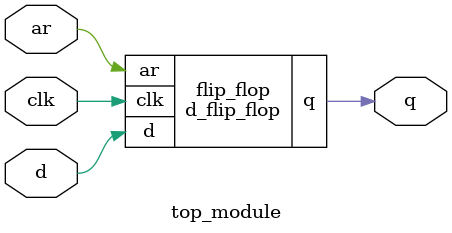
<source format=sv>
module d_flip_flop (
    input clk,
    input d,
    input ar,
    output logic q
);

    always @(posedge clk) begin
        if (ar)
            q <= 1'b0;
        else
            q <= d;
    end
    
endmodule
module top_module (
    input clk,
    input d,
    input ar,
    output logic q
);

    d_flip_flop flip_flop (
        .clk(clk),
        .d(d),
        .ar(ar),
        .q(q)
    );

endmodule

</source>
